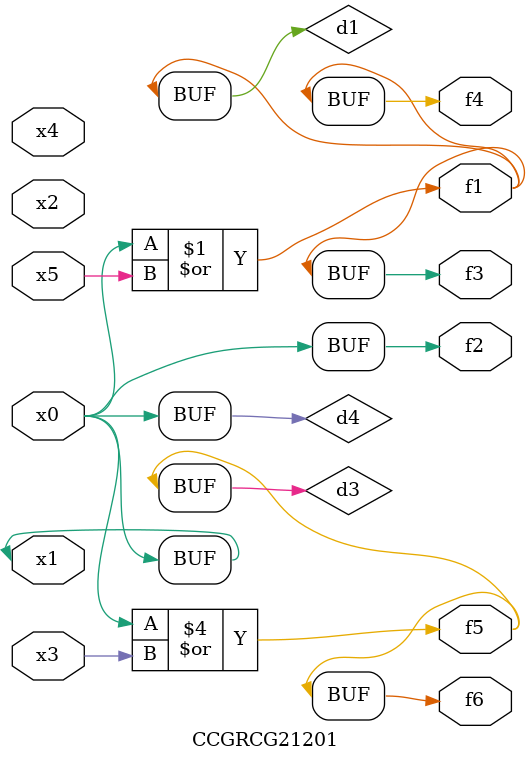
<source format=v>
module CCGRCG21201(
	input x0, x1, x2, x3, x4, x5,
	output f1, f2, f3, f4, f5, f6
);

	wire d1, d2, d3, d4;

	or (d1, x0, x5);
	xnor (d2, x1, x4);
	or (d3, x0, x3);
	buf (d4, x0, x1);
	assign f1 = d1;
	assign f2 = d4;
	assign f3 = d1;
	assign f4 = d1;
	assign f5 = d3;
	assign f6 = d3;
endmodule

</source>
